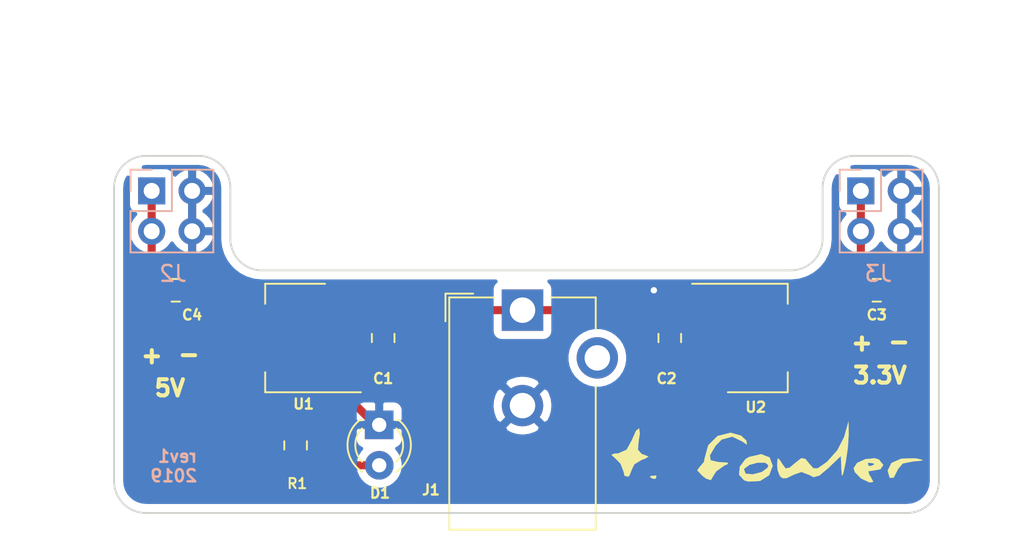
<source format=kicad_pcb>
(kicad_pcb (version 20171130) (host pcbnew "(5.1.2)-2")

  (general
    (thickness 1.6)
    (drawings 32)
    (tracks 55)
    (zones 0)
    (modules 12)
    (nets 6)
  )

  (page A4)
  (layers
    (0 F.Cu signal)
    (31 B.Cu signal)
    (32 B.Adhes user)
    (33 F.Adhes user)
    (34 B.Paste user)
    (35 F.Paste user)
    (36 B.SilkS user)
    (37 F.SilkS user)
    (38 B.Mask user)
    (39 F.Mask user)
    (40 Dwgs.User user)
    (41 Cmts.User user)
    (42 Eco1.User user)
    (43 Eco2.User user)
    (44 Edge.Cuts user)
    (45 Margin user)
    (46 B.CrtYd user)
    (47 F.CrtYd user)
    (48 B.Fab user)
    (49 F.Fab user)
  )

  (setup
    (last_trace_width 0.508)
    (trace_clearance 0.1524)
    (zone_clearance 0.508)
    (zone_45_only no)
    (trace_min 0.1524)
    (via_size 0.6858)
    (via_drill 0.4)
    (via_min_size 0.508)
    (via_min_drill 0.254)
    (uvia_size 0.3)
    (uvia_drill 0.1)
    (uvias_allowed no)
    (uvia_min_size 0.2)
    (uvia_min_drill 0.1)
    (edge_width 0.05)
    (segment_width 0.2)
    (pcb_text_width 0.3)
    (pcb_text_size 1.5 1.5)
    (mod_edge_width 0.12)
    (mod_text_size 1 1)
    (mod_text_width 0.15)
    (pad_size 1.524 1.524)
    (pad_drill 0.762)
    (pad_to_mask_clearance 0.0508)
    (solder_mask_min_width 0.1016)
    (aux_axis_origin 0 0)
    (visible_elements 7FFFFFFF)
    (pcbplotparams
      (layerselection 0x010f0_ffffffff)
      (usegerberextensions false)
      (usegerberattributes false)
      (usegerberadvancedattributes false)
      (creategerberjobfile false)
      (excludeedgelayer true)
      (linewidth 0.100000)
      (plotframeref false)
      (viasonmask false)
      (mode 1)
      (useauxorigin false)
      (hpglpennumber 1)
      (hpglpenspeed 20)
      (hpglpendiameter 15.000000)
      (psnegative false)
      (psa4output false)
      (plotreference true)
      (plotvalue true)
      (plotinvisibletext false)
      (padsonsilk false)
      (subtractmaskfromsilk true)
      (outputformat 1)
      (mirror false)
      (drillshape 0)
      (scaleselection 1)
      (outputdirectory "GERBERS/"))
  )

  (net 0 "")
  (net 1 GND)
  (net 2 "Net-(C3-Pad1)")
  (net 3 "Net-(C4-Pad1)")
  (net 4 "Net-(C1-Pad1)")
  (net 5 "Net-(D1-Pad2)")

  (net_class Default "This is the default net class."
    (clearance 0.1524)
    (trace_width 0.508)
    (via_dia 0.6858)
    (via_drill 0.4)
    (uvia_dia 0.3)
    (uvia_drill 0.1)
    (add_net GND)
    (add_net "Net-(C1-Pad1)")
    (add_net "Net-(C3-Pad1)")
    (add_net "Net-(C4-Pad1)")
    (add_net "Net-(D1-Pad2)")
  )

  (module breadboard_power:tf (layer F.Cu) (tedit 5D78E136) (tstamp 5D7BA4A5)
    (at 68.2 42.5)
    (fp_text reference G*** (at 0 -3.302) (layer F.SilkS) hide
      (effects (font (size 1.524 1.524) (thickness 0.3)))
    )
    (fp_text value LOGO (at 0.254 4.318) (layer F.SilkS) hide
      (effects (font (size 1.524 1.524) (thickness 0.3)))
    )
    (fp_poly (pts (xy 9.397542 0.342483) (xy 9.70121 0.425407) (xy 9.508103 0.476614) (xy 9.132338 0.498327)
      (xy 8.432829 0.635382) (xy 8.113939 1.016561) (xy 8.098522 1.069474) (xy 7.861888 1.528523)
      (xy 7.608517 1.536367) (xy 7.486407 1.091776) (xy 7.486316 1.074568) (xy 7.721193 0.60563)
      (xy 8.336455 0.333978) (xy 9.198053 0.310959) (xy 9.397542 0.342483)) (layer F.SilkS) (width 0.01))
    (fp_poly (pts (xy 5.036959 -1.203157) (xy 4.988488 -0.394975) (xy 4.853621 0.538575) (xy 4.82797 0.668422)
      (xy 4.689355 1.285494) (xy 4.616497 1.408256) (xy 4.580968 1.068772) (xy 4.57601 0.95261)
      (xy 4.545263 0.167324) (xy 3.752825 0.926528) (xy 3.196747 1.394404) (xy 2.824799 1.497459)
      (xy 2.566758 1.35905) (xy 2.066945 1.171946) (xy 1.638879 1.318289) (xy 1.137363 1.560244)
      (xy 0.875056 1.559039) (xy 0.712983 1.425965) (xy 0.569985 1.038711) (xy 0.542867 0.690702)
      (xy 0.574598 0.305412) (xy 0.717262 0.425345) (xy 0.834449 0.621106) (xy 1.07072 0.947759)
      (xy 1.323709 0.902849) (xy 1.652572 0.624655) (xy 2.061943 0.301031) (xy 2.318463 0.35167)
      (xy 2.550137 0.637069) (xy 2.815408 0.93761) (xy 3.085826 0.942668) (xy 3.541076 0.630914)
      (xy 3.706253 0.499835) (xy 4.323889 -0.193421) (xy 4.74617 -1.016115) (xy 4.762105 -1.069473)
      (xy 5.024734 -2.005262) (xy 5.036959 -1.203157)) (layer F.SilkS) (width 0.01))
    (fp_poly (pts (xy -7.040702 1.425965) (xy -7.077403 1.584916) (xy -7.218947 1.604211) (xy -7.439022 1.506385)
      (xy -7.397193 1.425965) (xy -7.079889 1.393967) (xy -7.040702 1.425965)) (layer F.SilkS) (width 0.01))
    (fp_poly (pts (xy -8.079364 -1.257407) (xy -8.149744 -0.824839) (xy -8.202011 -0.234202) (xy -7.967407 0.038959)
      (xy -7.836777 0.08261) (xy -7.541688 0.198289) (xy -7.721347 0.324736) (xy -7.95421 0.403896)
      (xy -8.421605 0.685812) (xy -8.555789 0.951194) (xy -8.732233 1.393125) (xy -8.823158 1.470527)
      (xy -9.046503 1.403277) (xy -9.090526 1.181571) (xy -9.288307 0.661128) (xy -9.558421 0.37219)
      (xy -9.864127 0.10091) (xy -9.695054 0.01656) (xy -9.450892 0.008504) (xy -8.914577 -0.225052)
      (xy -8.595853 -0.802105) (xy -8.319827 -1.421569) (xy -8.126968 -1.574391) (xy -8.079364 -1.257407)) (layer F.SilkS) (width 0.01))
    (fp_poly (pts (xy 6.936383 0.391661) (xy 7.213177 0.732866) (xy 7.021993 1.002148) (xy 6.651473 1.069474)
      (xy 6.265228 1.128012) (xy 6.342801 1.377563) (xy 6.416842 1.470527) (xy 6.582542 1.794378)
      (xy 6.353486 1.831571) (xy 5.815263 1.582795) (xy 5.426822 1.186554) (xy 5.347369 0.927598)
      (xy 5.554907 0.62386) (xy 6.238597 0.62386) (xy 6.275298 0.78281) (xy 6.416842 0.802106)
      (xy 6.636917 0.70428) (xy 6.595088 0.62386) (xy 6.277784 0.591861) (xy 6.238597 0.62386)
      (xy 5.554907 0.62386) (xy 5.574535 0.595135) (xy 6.095812 0.361382) (xy 6.670864 0.307398)
      (xy 6.936383 0.391661)) (layer F.SilkS) (width 0.01))
    (fp_poly (pts (xy 0.069953 0.25455) (xy 0.267369 0.784307) (xy 0.039108 1.377596) (xy -0.530172 1.736982)
      (xy -1.267226 1.775089) (xy -1.537368 1.694506) (xy -1.847488 1.345958) (xy -1.817606 1.002632)
      (xy -1.53903 1.002632) (xy -1.438886 1.275056) (xy -0.977798 1.320725) (xy -0.42292 1.174553)
      (xy -0.055513 0.9037) (xy 0 0.755741) (xy -0.208263 0.583829) (xy -0.682095 0.585056)
      (xy -1.195059 0.723096) (xy -1.52072 0.961625) (xy -1.53903 1.002632) (xy -1.817606 1.002632)
      (xy -1.803162 0.836682) (xy -1.447039 0.364086) (xy -1.220208 0.226489) (xy -0.46295 0.050827)
      (xy 0.069953 0.25455)) (layer F.SilkS) (width 0.01))
    (fp_poly (pts (xy -2.33438 -1.285024) (xy -1.719044 -1.109998) (xy -1.391317 -0.803622) (xy -1.390854 -0.802105)
      (xy -1.361722 -0.546861) (xy -1.607245 -0.719277) (xy -1.624263 -0.735263) (xy -2.276246 -1.050402)
      (xy -2.938849 -0.867841) (xy -3.326944 -0.475245) (xy -3.680514 0.12701) (xy -3.632131 0.437713)
      (xy -3.15362 0.547719) (xy -3.007895 0.553529) (xy -2.544847 0.588254) (xy -2.575639 0.682488)
      (xy -2.78742 0.774004) (xy -3.287775 1.136963) (xy -3.455841 1.403747) (xy -3.618513 1.683461)
      (xy -3.898496 1.599561) (xy -4.14421 1.419959) (xy -4.473177 1.06666) (xy -4.344737 0.882828)
      (xy -4.053546 0.54233) (xy -4.010526 0.304579) (xy -3.783172 -0.512089) (xy -3.2003 -1.090811)
      (xy -2.410692 -1.290486) (xy -2.33438 -1.285024)) (layer F.SilkS) (width 0.01))
  )

  (module Capacitor_SMD:C_0805_2012Metric_Pad1.15x1.40mm_HandSolder (layer F.Cu) (tedit 5B36C52B) (tstamp 5D7B0A3C)
    (at 44 35.25 270)
    (descr "Capacitor SMD 0805 (2012 Metric), square (rectangular) end terminal, IPC_7351 nominal with elongated pad for handsoldering. (Body size source: https://docs.google.com/spreadsheets/d/1BsfQQcO9C6DZCsRaXUlFlo91Tg2WpOkGARC1WS5S8t0/edit?usp=sharing), generated with kicad-footprint-generator")
    (tags "capacitor handsolder")
    (path /5D7C0DF6)
    (attr smd)
    (fp_text reference C1 (at 2.55 0 180) (layer F.SilkS)
      (effects (font (size 0.635 0.635) (thickness 0.15)))
    )
    (fp_text value 10uF (at 0 1.65 90) (layer F.Fab)
      (effects (font (size 1 1) (thickness 0.15)))
    )
    (fp_line (start -1 0.6) (end -1 -0.6) (layer F.Fab) (width 0.1))
    (fp_line (start -1 -0.6) (end 1 -0.6) (layer F.Fab) (width 0.1))
    (fp_line (start 1 -0.6) (end 1 0.6) (layer F.Fab) (width 0.1))
    (fp_line (start 1 0.6) (end -1 0.6) (layer F.Fab) (width 0.1))
    (fp_line (start -0.261252 -0.71) (end 0.261252 -0.71) (layer F.SilkS) (width 0.12))
    (fp_line (start -0.261252 0.71) (end 0.261252 0.71) (layer F.SilkS) (width 0.12))
    (fp_line (start -1.85 0.95) (end -1.85 -0.95) (layer F.CrtYd) (width 0.05))
    (fp_line (start -1.85 -0.95) (end 1.85 -0.95) (layer F.CrtYd) (width 0.05))
    (fp_line (start 1.85 -0.95) (end 1.85 0.95) (layer F.CrtYd) (width 0.05))
    (fp_line (start 1.85 0.95) (end -1.85 0.95) (layer F.CrtYd) (width 0.05))
    (fp_text user %R (at 0 0 90) (layer F.Fab)
      (effects (font (size 0.5 0.5) (thickness 0.08)))
    )
    (pad 1 smd roundrect (at -1.025 0 270) (size 1.15 1.4) (layers F.Cu F.Paste F.Mask) (roundrect_rratio 0.217391)
      (net 4 "Net-(C1-Pad1)"))
    (pad 2 smd roundrect (at 1.025 0 270) (size 1.15 1.4) (layers F.Cu F.Paste F.Mask) (roundrect_rratio 0.217391)
      (net 1 GND))
    (model ${KISYS3DMOD}/Capacitor_SMD.3dshapes/C_0805_2012Metric.wrl
      (at (xyz 0 0 0))
      (scale (xyz 1 1 1))
      (rotate (xyz 0 0 0))
    )
  )

  (module Capacitor_SMD:C_0805_2012Metric_Pad1.15x1.40mm_HandSolder (layer F.Cu) (tedit 5B36C52B) (tstamp 5D7B0A4D)
    (at 62 35.25 90)
    (descr "Capacitor SMD 0805 (2012 Metric), square (rectangular) end terminal, IPC_7351 nominal with elongated pad for handsoldering. (Body size source: https://docs.google.com/spreadsheets/d/1BsfQQcO9C6DZCsRaXUlFlo91Tg2WpOkGARC1WS5S8t0/edit?usp=sharing), generated with kicad-footprint-generator")
    (tags "capacitor handsolder")
    (path /5D7BB2FC)
    (attr smd)
    (fp_text reference C2 (at -2.55 -0.2 180) (layer F.SilkS)
      (effects (font (size 0.635 0.635) (thickness 0.15)))
    )
    (fp_text value 10uF (at 0 1.65 90) (layer F.Fab)
      (effects (font (size 1 1) (thickness 0.15)))
    )
    (fp_line (start -1 0.6) (end -1 -0.6) (layer F.Fab) (width 0.1))
    (fp_line (start -1 -0.6) (end 1 -0.6) (layer F.Fab) (width 0.1))
    (fp_line (start 1 -0.6) (end 1 0.6) (layer F.Fab) (width 0.1))
    (fp_line (start 1 0.6) (end -1 0.6) (layer F.Fab) (width 0.1))
    (fp_line (start -0.261252 -0.71) (end 0.261252 -0.71) (layer F.SilkS) (width 0.12))
    (fp_line (start -0.261252 0.71) (end 0.261252 0.71) (layer F.SilkS) (width 0.12))
    (fp_line (start -1.85 0.95) (end -1.85 -0.95) (layer F.CrtYd) (width 0.05))
    (fp_line (start -1.85 -0.95) (end 1.85 -0.95) (layer F.CrtYd) (width 0.05))
    (fp_line (start 1.85 -0.95) (end 1.85 0.95) (layer F.CrtYd) (width 0.05))
    (fp_line (start 1.85 0.95) (end -1.85 0.95) (layer F.CrtYd) (width 0.05))
    (fp_text user %R (at 0 0 90) (layer F.Fab)
      (effects (font (size 0.5 0.5) (thickness 0.08)))
    )
    (pad 1 smd roundrect (at -1.025 0 90) (size 1.15 1.4) (layers F.Cu F.Paste F.Mask) (roundrect_rratio 0.217391)
      (net 4 "Net-(C1-Pad1)"))
    (pad 2 smd roundrect (at 1.025 0 90) (size 1.15 1.4) (layers F.Cu F.Paste F.Mask) (roundrect_rratio 0.217391)
      (net 1 GND))
    (model ${KISYS3DMOD}/Capacitor_SMD.3dshapes/C_0805_2012Metric.wrl
      (at (xyz 0 0 0))
      (scale (xyz 1 1 1))
      (rotate (xyz 0 0 0))
    )
  )

  (module Capacitor_SMD:C_0805_2012Metric_Pad1.15x1.40mm_HandSolder (layer F.Cu) (tedit 5B36C52B) (tstamp 5D7B2780)
    (at 75 32.25)
    (descr "Capacitor SMD 0805 (2012 Metric), square (rectangular) end terminal, IPC_7351 nominal with elongated pad for handsoldering. (Body size source: https://docs.google.com/spreadsheets/d/1BsfQQcO9C6DZCsRaXUlFlo91Tg2WpOkGARC1WS5S8t0/edit?usp=sharing), generated with kicad-footprint-generator")
    (tags "capacitor handsolder")
    (path /5D7BF865)
    (attr smd)
    (fp_text reference C3 (at 0 1.55) (layer F.SilkS)
      (effects (font (size 0.635 0.635) (thickness 0.15)))
    )
    (fp_text value 22uF (at 0 1.65) (layer F.Fab)
      (effects (font (size 1 1) (thickness 0.15)))
    )
    (fp_text user %R (at 0 0) (layer F.Fab)
      (effects (font (size 0.5 0.5) (thickness 0.08)))
    )
    (fp_line (start 1.85 0.95) (end -1.85 0.95) (layer F.CrtYd) (width 0.05))
    (fp_line (start 1.85 -0.95) (end 1.85 0.95) (layer F.CrtYd) (width 0.05))
    (fp_line (start -1.85 -0.95) (end 1.85 -0.95) (layer F.CrtYd) (width 0.05))
    (fp_line (start -1.85 0.95) (end -1.85 -0.95) (layer F.CrtYd) (width 0.05))
    (fp_line (start -0.261252 0.71) (end 0.261252 0.71) (layer F.SilkS) (width 0.12))
    (fp_line (start -0.261252 -0.71) (end 0.261252 -0.71) (layer F.SilkS) (width 0.12))
    (fp_line (start 1 0.6) (end -1 0.6) (layer F.Fab) (width 0.1))
    (fp_line (start 1 -0.6) (end 1 0.6) (layer F.Fab) (width 0.1))
    (fp_line (start -1 -0.6) (end 1 -0.6) (layer F.Fab) (width 0.1))
    (fp_line (start -1 0.6) (end -1 -0.6) (layer F.Fab) (width 0.1))
    (pad 2 smd roundrect (at 1.025 0) (size 1.15 1.4) (layers F.Cu F.Paste F.Mask) (roundrect_rratio 0.217391)
      (net 1 GND))
    (pad 1 smd roundrect (at -1.025 0) (size 1.15 1.4) (layers F.Cu F.Paste F.Mask) (roundrect_rratio 0.217391)
      (net 2 "Net-(C3-Pad1)"))
    (model ${KISYS3DMOD}/Capacitor_SMD.3dshapes/C_0805_2012Metric.wrl
      (at (xyz 0 0 0))
      (scale (xyz 1 1 1))
      (rotate (xyz 0 0 0))
    )
  )

  (module Capacitor_SMD:C_0805_2012Metric_Pad1.15x1.40mm_HandSolder (layer F.Cu) (tedit 5B36C52B) (tstamp 5D7B413C)
    (at 30.975 32.25)
    (descr "Capacitor SMD 0805 (2012 Metric), square (rectangular) end terminal, IPC_7351 nominal with elongated pad for handsoldering. (Body size source: https://docs.google.com/spreadsheets/d/1BsfQQcO9C6DZCsRaXUlFlo91Tg2WpOkGARC1WS5S8t0/edit?usp=sharing), generated with kicad-footprint-generator")
    (tags "capacitor handsolder")
    (path /5D7C1433)
    (attr smd)
    (fp_text reference C4 (at 1.025 1.55) (layer F.SilkS)
      (effects (font (size 0.635 0.635) (thickness 0.15)))
    )
    (fp_text value 22uF (at 0 1.65) (layer F.Fab)
      (effects (font (size 1 1) (thickness 0.15)))
    )
    (fp_text user %R (at 0 0) (layer F.Fab)
      (effects (font (size 0.5 0.5) (thickness 0.08)))
    )
    (fp_line (start 1.85 0.95) (end -1.85 0.95) (layer F.CrtYd) (width 0.05))
    (fp_line (start 1.85 -0.95) (end 1.85 0.95) (layer F.CrtYd) (width 0.05))
    (fp_line (start -1.85 -0.95) (end 1.85 -0.95) (layer F.CrtYd) (width 0.05))
    (fp_line (start -1.85 0.95) (end -1.85 -0.95) (layer F.CrtYd) (width 0.05))
    (fp_line (start -0.261252 0.71) (end 0.261252 0.71) (layer F.SilkS) (width 0.12))
    (fp_line (start -0.261252 -0.71) (end 0.261252 -0.71) (layer F.SilkS) (width 0.12))
    (fp_line (start 1 0.6) (end -1 0.6) (layer F.Fab) (width 0.1))
    (fp_line (start 1 -0.6) (end 1 0.6) (layer F.Fab) (width 0.1))
    (fp_line (start -1 -0.6) (end 1 -0.6) (layer F.Fab) (width 0.1))
    (fp_line (start -1 0.6) (end -1 -0.6) (layer F.Fab) (width 0.1))
    (pad 2 smd roundrect (at 1.025 0) (size 1.15 1.4) (layers F.Cu F.Paste F.Mask) (roundrect_rratio 0.217391)
      (net 1 GND))
    (pad 1 smd roundrect (at -1.025 0) (size 1.15 1.4) (layers F.Cu F.Paste F.Mask) (roundrect_rratio 0.217391)
      (net 3 "Net-(C4-Pad1)"))
    (model ${KISYS3DMOD}/Capacitor_SMD.3dshapes/C_0805_2012Metric.wrl
      (at (xyz 0 0 0))
      (scale (xyz 1 1 1))
      (rotate (xyz 0 0 0))
    )
  )

  (module LED_THT:LED_D3.0mm (layer F.Cu) (tedit 587A3A7B) (tstamp 5D7B0A82)
    (at 43.75 40.71 270)
    (descr "LED, diameter 3.0mm, 2 pins")
    (tags "LED diameter 3.0mm 2 pins")
    (path /5D7E3EB4)
    (fp_text reference D1 (at 4.29 -0.05 180) (layer F.SilkS)
      (effects (font (size 0.635 0.635) (thickness 0.15)))
    )
    (fp_text value GREEN (at 1.27 2.96 90) (layer F.Fab)
      (effects (font (size 1 1) (thickness 0.15)))
    )
    (fp_arc (start 1.27 0) (end -0.23 -1.16619) (angle 284.3) (layer F.Fab) (width 0.1))
    (fp_arc (start 1.27 0) (end -0.29 -1.235516) (angle 108.8) (layer F.SilkS) (width 0.12))
    (fp_arc (start 1.27 0) (end -0.29 1.235516) (angle -108.8) (layer F.SilkS) (width 0.12))
    (fp_arc (start 1.27 0) (end 0.229039 -1.08) (angle 87.9) (layer F.SilkS) (width 0.12))
    (fp_arc (start 1.27 0) (end 0.229039 1.08) (angle -87.9) (layer F.SilkS) (width 0.12))
    (fp_circle (center 1.27 0) (end 2.77 0) (layer F.Fab) (width 0.1))
    (fp_line (start -0.23 -1.16619) (end -0.23 1.16619) (layer F.Fab) (width 0.1))
    (fp_line (start -0.29 -1.236) (end -0.29 -1.08) (layer F.SilkS) (width 0.12))
    (fp_line (start -0.29 1.08) (end -0.29 1.236) (layer F.SilkS) (width 0.12))
    (fp_line (start -1.15 -2.25) (end -1.15 2.25) (layer F.CrtYd) (width 0.05))
    (fp_line (start -1.15 2.25) (end 3.7 2.25) (layer F.CrtYd) (width 0.05))
    (fp_line (start 3.7 2.25) (end 3.7 -2.25) (layer F.CrtYd) (width 0.05))
    (fp_line (start 3.7 -2.25) (end -1.15 -2.25) (layer F.CrtYd) (width 0.05))
    (pad 1 thru_hole rect (at 0 0 270) (size 1.8 1.8) (drill 0.9) (layers *.Cu *.Mask)
      (net 1 GND))
    (pad 2 thru_hole circle (at 2.54 0 270) (size 1.8 1.8) (drill 0.9) (layers *.Cu *.Mask)
      (net 5 "Net-(D1-Pad2)"))
    (model ${KISYS3DMOD}/LED_THT.3dshapes/LED_D3.0mm.wrl
      (at (xyz 0 0 0))
      (scale (xyz 1 1 1))
      (rotate (xyz 0 0 0))
    )
  )

  (module Connector_BarrelJack:BarrelJack_CUI_PJ-102AH_Horizontal (layer F.Cu) (tedit 5A1DBF38) (tstamp 5D7B4068)
    (at 52.75 33.5)
    (descr "Thin-pin DC Barrel Jack, https://cdn-shop.adafruit.com/datasheets/21mmdcjackDatasheet.pdf")
    (tags "Power Jack")
    (path /5D7B776E)
    (fp_text reference J1 (at -5.75 11.3 180) (layer F.SilkS)
      (effects (font (size 0.635 0.635) (thickness 0.15)))
    )
    (fp_text value PJ-102AH (at -5.5 6.2 90) (layer F.Fab)
      (effects (font (size 1 1) (thickness 0.15)))
    )
    (fp_text user %R (at 0 6.5) (layer F.Fab)
      (effects (font (size 1 1) (thickness 0.15)))
    )
    (fp_line (start 1.8 -1.8) (end 1.8 -1.2) (layer F.CrtYd) (width 0.05))
    (fp_line (start 1.8 -1.2) (end 5 -1.2) (layer F.CrtYd) (width 0.05))
    (fp_line (start 5 -1.2) (end 5 1.2) (layer F.CrtYd) (width 0.05))
    (fp_line (start 5 1.2) (end 6.5 1.2) (layer F.CrtYd) (width 0.05))
    (fp_line (start 6.5 1.2) (end 6.5 4.8) (layer F.CrtYd) (width 0.05))
    (fp_line (start 6.5 4.8) (end 5 4.8) (layer F.CrtYd) (width 0.05))
    (fp_line (start 5 4.8) (end 5 14.2) (layer F.CrtYd) (width 0.05))
    (fp_line (start 5 14.2) (end -5 14.2) (layer F.CrtYd) (width 0.05))
    (fp_line (start -5 14.2) (end -5 -1.2) (layer F.CrtYd) (width 0.05))
    (fp_line (start -5 -1.2) (end -1.8 -1.2) (layer F.CrtYd) (width 0.05))
    (fp_line (start -1.8 -1.2) (end -1.8 -1.8) (layer F.CrtYd) (width 0.05))
    (fp_line (start -1.8 -1.8) (end 1.8 -1.8) (layer F.CrtYd) (width 0.05))
    (fp_line (start 4.6 4.8) (end 4.6 13.8) (layer F.SilkS) (width 0.12))
    (fp_line (start 4.6 13.8) (end -4.6 13.8) (layer F.SilkS) (width 0.12))
    (fp_line (start -4.6 13.8) (end -4.6 -0.8) (layer F.SilkS) (width 0.12))
    (fp_line (start -4.6 -0.8) (end -1.8 -0.8) (layer F.SilkS) (width 0.12))
    (fp_line (start 1.8 -0.8) (end 4.6 -0.8) (layer F.SilkS) (width 0.12))
    (fp_line (start 4.6 -0.8) (end 4.6 1.2) (layer F.SilkS) (width 0.12))
    (fp_line (start -4.84 0.7) (end -4.84 -1.04) (layer F.SilkS) (width 0.12))
    (fp_line (start -4.84 -1.04) (end -3.1 -1.04) (layer F.SilkS) (width 0.12))
    (fp_line (start 4.5 -0.7) (end 4.5 13.7) (layer F.Fab) (width 0.1))
    (fp_line (start 4.5 13.7) (end -4.5 13.7) (layer F.Fab) (width 0.1))
    (fp_line (start -4.5 13.7) (end -4.5 0.3) (layer F.Fab) (width 0.1))
    (fp_line (start -4.5 0.3) (end -3.5 -0.7) (layer F.Fab) (width 0.1))
    (fp_line (start -3.5 -0.7) (end 4.5 -0.7) (layer F.Fab) (width 0.1))
    (fp_line (start -4.5 10.2) (end 4.5 10.2) (layer F.Fab) (width 0.1))
    (pad 1 thru_hole rect (at 0 0) (size 2.6 2.6) (drill 1.6) (layers *.Cu *.Mask)
      (net 4 "Net-(C1-Pad1)"))
    (pad 2 thru_hole circle (at 0 6) (size 2.6 2.6) (drill 1.6) (layers *.Cu *.Mask)
      (net 1 GND))
    (pad 3 thru_hole circle (at 4.7 3) (size 2.6 2.6) (drill 1.6) (layers *.Cu *.Mask))
    (model ${KISYS3DMOD}/Connector_BarrelJack.3dshapes/BarrelJack_CUI_PJ-102AH_Horizontal.wrl
      (at (xyz 0 0 0))
      (scale (xyz 1 1 1))
      (rotate (xyz 0 0 0))
    )
  )

  (module Connector_PinHeader_2.54mm:PinHeader_2x02_P2.54mm_Vertical locked (layer B.Cu) (tedit 59FED5CC) (tstamp 5D7B1B89)
    (at 29.46 26 270)
    (descr "Through hole straight pin header, 2x02, 2.54mm pitch, double rows")
    (tags "Through hole pin header THT 2x02 2.54mm double row")
    (path /5D7F5D24)
    (fp_text reference J2 (at 5.2 -1.34) (layer B.SilkS)
      (effects (font (size 1 1) (thickness 0.15)) (justify mirror))
    )
    (fp_text value Conn_02x02_Odd_Even (at 1.27 -4.87 270) (layer B.Fab)
      (effects (font (size 1 1) (thickness 0.15)) (justify mirror))
    )
    (fp_text user %R (at 1.27 -1.27) (layer B.Fab)
      (effects (font (size 1 1) (thickness 0.15)) (justify mirror))
    )
    (fp_line (start 4.35 1.8) (end -1.8 1.8) (layer B.CrtYd) (width 0.05))
    (fp_line (start 4.35 -4.35) (end 4.35 1.8) (layer B.CrtYd) (width 0.05))
    (fp_line (start -1.8 -4.35) (end 4.35 -4.35) (layer B.CrtYd) (width 0.05))
    (fp_line (start -1.8 1.8) (end -1.8 -4.35) (layer B.CrtYd) (width 0.05))
    (fp_line (start -1.33 1.33) (end 0 1.33) (layer B.SilkS) (width 0.12))
    (fp_line (start -1.33 0) (end -1.33 1.33) (layer B.SilkS) (width 0.12))
    (fp_line (start 1.27 1.33) (end 3.87 1.33) (layer B.SilkS) (width 0.12))
    (fp_line (start 1.27 -1.27) (end 1.27 1.33) (layer B.SilkS) (width 0.12))
    (fp_line (start -1.33 -1.27) (end 1.27 -1.27) (layer B.SilkS) (width 0.12))
    (fp_line (start 3.87 1.33) (end 3.87 -3.87) (layer B.SilkS) (width 0.12))
    (fp_line (start -1.33 -1.27) (end -1.33 -3.87) (layer B.SilkS) (width 0.12))
    (fp_line (start -1.33 -3.87) (end 3.87 -3.87) (layer B.SilkS) (width 0.12))
    (fp_line (start -1.27 0) (end 0 1.27) (layer B.Fab) (width 0.1))
    (fp_line (start -1.27 -3.81) (end -1.27 0) (layer B.Fab) (width 0.1))
    (fp_line (start 3.81 -3.81) (end -1.27 -3.81) (layer B.Fab) (width 0.1))
    (fp_line (start 3.81 1.27) (end 3.81 -3.81) (layer B.Fab) (width 0.1))
    (fp_line (start 0 1.27) (end 3.81 1.27) (layer B.Fab) (width 0.1))
    (pad 4 thru_hole oval (at 2.54 -2.54 270) (size 1.7 1.7) (drill 1) (layers *.Cu *.Mask)
      (net 1 GND))
    (pad 3 thru_hole oval (at 0 -2.54 270) (size 1.7 1.7) (drill 1) (layers *.Cu *.Mask)
      (net 1 GND))
    (pad 2 thru_hole oval (at 2.54 0 270) (size 1.7 1.7) (drill 1) (layers *.Cu *.Mask)
      (net 3 "Net-(C4-Pad1)"))
    (pad 1 thru_hole rect (at 0 0 270) (size 1.7 1.7) (drill 1) (layers *.Cu *.Mask)
      (net 3 "Net-(C4-Pad1)"))
    (model ${KISYS3DMOD}/Connector_PinHeader_2.54mm.3dshapes/PinHeader_2x02_P2.54mm_Vertical.wrl
      (at (xyz 0 0 0))
      (scale (xyz 1 1 1))
      (rotate (xyz 0 0 0))
    )
  )

  (module Connector_PinHeader_2.54mm:PinHeader_2x02_P2.54mm_Vertical locked (layer B.Cu) (tedit 59FED5CC) (tstamp 5D7B99AD)
    (at 74 26 270)
    (descr "Through hole straight pin header, 2x02, 2.54mm pitch, double rows")
    (tags "Through hole pin header THT 2x02 2.54mm double row")
    (path /5D7EBCDA)
    (fp_text reference J3 (at 5.2 -1.1) (layer B.SilkS)
      (effects (font (size 1 1) (thickness 0.15)) (justify mirror))
    )
    (fp_text value Conn_02x02_Odd_Even (at 1.27 -4.87 270) (layer B.Fab)
      (effects (font (size 1 1) (thickness 0.15)) (justify mirror))
    )
    (fp_line (start 0 1.27) (end 3.81 1.27) (layer B.Fab) (width 0.1))
    (fp_line (start 3.81 1.27) (end 3.81 -3.81) (layer B.Fab) (width 0.1))
    (fp_line (start 3.81 -3.81) (end -1.27 -3.81) (layer B.Fab) (width 0.1))
    (fp_line (start -1.27 -3.81) (end -1.27 0) (layer B.Fab) (width 0.1))
    (fp_line (start -1.27 0) (end 0 1.27) (layer B.Fab) (width 0.1))
    (fp_line (start -1.33 -3.87) (end 3.87 -3.87) (layer B.SilkS) (width 0.12))
    (fp_line (start -1.33 -1.27) (end -1.33 -3.87) (layer B.SilkS) (width 0.12))
    (fp_line (start 3.87 1.33) (end 3.87 -3.87) (layer B.SilkS) (width 0.12))
    (fp_line (start -1.33 -1.27) (end 1.27 -1.27) (layer B.SilkS) (width 0.12))
    (fp_line (start 1.27 -1.27) (end 1.27 1.33) (layer B.SilkS) (width 0.12))
    (fp_line (start 1.27 1.33) (end 3.87 1.33) (layer B.SilkS) (width 0.12))
    (fp_line (start -1.33 0) (end -1.33 1.33) (layer B.SilkS) (width 0.12))
    (fp_line (start -1.33 1.33) (end 0 1.33) (layer B.SilkS) (width 0.12))
    (fp_line (start -1.8 1.8) (end -1.8 -4.35) (layer B.CrtYd) (width 0.05))
    (fp_line (start -1.8 -4.35) (end 4.35 -4.35) (layer B.CrtYd) (width 0.05))
    (fp_line (start 4.35 -4.35) (end 4.35 1.8) (layer B.CrtYd) (width 0.05))
    (fp_line (start 4.35 1.8) (end -1.8 1.8) (layer B.CrtYd) (width 0.05))
    (fp_text user %R (at 1.27 -1.27) (layer B.Fab)
      (effects (font (size 1 1) (thickness 0.15)) (justify mirror))
    )
    (pad 1 thru_hole rect (at 0 0 270) (size 1.7 1.7) (drill 1) (layers *.Cu *.Mask)
      (net 2 "Net-(C3-Pad1)"))
    (pad 2 thru_hole oval (at 2.54 0 270) (size 1.7 1.7) (drill 1) (layers *.Cu *.Mask)
      (net 2 "Net-(C3-Pad1)"))
    (pad 3 thru_hole oval (at 0 -2.54 270) (size 1.7 1.7) (drill 1) (layers *.Cu *.Mask)
      (net 1 GND))
    (pad 4 thru_hole oval (at 2.54 -2.54 270) (size 1.7 1.7) (drill 1) (layers *.Cu *.Mask)
      (net 1 GND))
    (model ${KISYS3DMOD}/Connector_PinHeader_2.54mm.3dshapes/PinHeader_2x02_P2.54mm_Vertical.wrl
      (at (xyz 0 0 0))
      (scale (xyz 1 1 1))
      (rotate (xyz 0 0 0))
    )
  )

  (module Resistor_SMD:R_0805_2012Metric_Pad1.15x1.40mm_HandSolder (layer F.Cu) (tedit 5B36C52B) (tstamp 5D7B0AE9)
    (at 38.5 42 270)
    (descr "Resistor SMD 0805 (2012 Metric), square (rectangular) end terminal, IPC_7351 nominal with elongated pad for handsoldering. (Body size source: https://docs.google.com/spreadsheets/d/1BsfQQcO9C6DZCsRaXUlFlo91Tg2WpOkGARC1WS5S8t0/edit?usp=sharing), generated with kicad-footprint-generator")
    (tags "resistor handsolder")
    (path /5D7E3EBF)
    (attr smd)
    (fp_text reference R1 (at 2.4 -0.1 180) (layer F.SilkS)
      (effects (font (size 0.635 0.635) (thickness 0.127)))
    )
    (fp_text value 220 (at 0 1.65 90) (layer F.Fab)
      (effects (font (size 1 1) (thickness 0.15)))
    )
    (fp_line (start -1 0.6) (end -1 -0.6) (layer F.Fab) (width 0.1))
    (fp_line (start -1 -0.6) (end 1 -0.6) (layer F.Fab) (width 0.1))
    (fp_line (start 1 -0.6) (end 1 0.6) (layer F.Fab) (width 0.1))
    (fp_line (start 1 0.6) (end -1 0.6) (layer F.Fab) (width 0.1))
    (fp_line (start -0.261252 -0.71) (end 0.261252 -0.71) (layer F.SilkS) (width 0.12))
    (fp_line (start -0.261252 0.71) (end 0.261252 0.71) (layer F.SilkS) (width 0.12))
    (fp_line (start -1.85 0.95) (end -1.85 -0.95) (layer F.CrtYd) (width 0.05))
    (fp_line (start -1.85 -0.95) (end 1.85 -0.95) (layer F.CrtYd) (width 0.05))
    (fp_line (start 1.85 -0.95) (end 1.85 0.95) (layer F.CrtYd) (width 0.05))
    (fp_line (start 1.85 0.95) (end -1.85 0.95) (layer F.CrtYd) (width 0.05))
    (fp_text user %R (at 0 0 90) (layer F.Fab)
      (effects (font (size 0.5 0.5) (thickness 0.08)))
    )
    (pad 1 smd roundrect (at -1.025 0 270) (size 1.15 1.4) (layers F.Cu F.Paste F.Mask) (roundrect_rratio 0.217391)
      (net 3 "Net-(C4-Pad1)"))
    (pad 2 smd roundrect (at 1.025 0 270) (size 1.15 1.4) (layers F.Cu F.Paste F.Mask) (roundrect_rratio 0.217391)
      (net 5 "Net-(D1-Pad2)"))
    (model ${KISYS3DMOD}/Resistor_SMD.3dshapes/R_0805_2012Metric.wrl
      (at (xyz 0 0 0))
      (scale (xyz 1 1 1))
      (rotate (xyz 0 0 0))
    )
  )

  (module Package_TO_SOT_SMD:SOT-223-3_TabPin2 (layer F.Cu) (tedit 5A02FF57) (tstamp 5D7B0AFF)
    (at 38.5 35.25 180)
    (descr "module CMS SOT223 4 pins")
    (tags "CMS SOT")
    (path /5D7BAD8D)
    (attr smd)
    (fp_text reference U1 (at -0.5 -4.15) (layer F.SilkS)
      (effects (font (size 0.635 0.635) (thickness 0.15)))
    )
    (fp_text value AZ1117CH-5.0TRG1 (at 0 4.5) (layer F.Fab)
      (effects (font (size 1 1) (thickness 0.15)))
    )
    (fp_line (start 1.85 -3.35) (end 1.85 3.35) (layer F.Fab) (width 0.1))
    (fp_line (start -1.85 3.35) (end 1.85 3.35) (layer F.Fab) (width 0.1))
    (fp_line (start -4.1 -3.41) (end 1.91 -3.41) (layer F.SilkS) (width 0.12))
    (fp_line (start -0.85 -3.35) (end 1.85 -3.35) (layer F.Fab) (width 0.1))
    (fp_line (start -1.85 3.41) (end 1.91 3.41) (layer F.SilkS) (width 0.12))
    (fp_line (start -1.85 -2.35) (end -1.85 3.35) (layer F.Fab) (width 0.1))
    (fp_line (start -1.85 -2.35) (end -0.85 -3.35) (layer F.Fab) (width 0.1))
    (fp_line (start -4.4 -3.6) (end -4.4 3.6) (layer F.CrtYd) (width 0.05))
    (fp_line (start -4.4 3.6) (end 4.4 3.6) (layer F.CrtYd) (width 0.05))
    (fp_line (start 4.4 3.6) (end 4.4 -3.6) (layer F.CrtYd) (width 0.05))
    (fp_line (start 4.4 -3.6) (end -4.4 -3.6) (layer F.CrtYd) (width 0.05))
    (fp_line (start 1.91 -3.41) (end 1.91 -2.15) (layer F.SilkS) (width 0.12))
    (fp_line (start 1.91 3.41) (end 1.91 2.15) (layer F.SilkS) (width 0.12))
    (fp_text user %R (at 0 0 90) (layer F.Fab)
      (effects (font (size 0.8 0.8) (thickness 0.12)))
    )
    (pad 1 smd rect (at -3.15 -2.3 180) (size 2 1.5) (layers F.Cu F.Paste F.Mask)
      (net 1 GND))
    (pad 3 smd rect (at -3.15 2.3 180) (size 2 1.5) (layers F.Cu F.Paste F.Mask)
      (net 4 "Net-(C1-Pad1)"))
    (pad 2 smd rect (at -3.15 0 180) (size 2 1.5) (layers F.Cu F.Paste F.Mask)
      (net 3 "Net-(C4-Pad1)"))
    (pad 2 smd rect (at 3.15 0 180) (size 2 3.8) (layers F.Cu F.Paste F.Mask)
      (net 3 "Net-(C4-Pad1)"))
    (model ${KISYS3DMOD}/Package_TO_SOT_SMD.3dshapes/SOT-223.wrl
      (at (xyz 0 0 0))
      (scale (xyz 1 1 1))
      (rotate (xyz 0 0 0))
    )
  )

  (module Package_TO_SOT_SMD:SOT-223-3_TabPin2 (layer F.Cu) (tedit 5A02FF57) (tstamp 5D7B0B15)
    (at 67.5 35.25)
    (descr "module CMS SOT223 4 pins")
    (tags "CMS SOT")
    (path /5D7BA7F0)
    (attr smd)
    (fp_text reference U2 (at -0.1 4.35) (layer F.SilkS)
      (effects (font (size 0.635 0.635) (thickness 0.15)))
    )
    (fp_text value AZ1117CH-3.3TRG1 (at 0 4.5) (layer F.Fab)
      (effects (font (size 1 1) (thickness 0.15)))
    )
    (fp_text user %R (at 0 0 90) (layer F.Fab)
      (effects (font (size 0.8 0.8) (thickness 0.12)))
    )
    (fp_line (start 1.91 3.41) (end 1.91 2.15) (layer F.SilkS) (width 0.12))
    (fp_line (start 1.91 -3.41) (end 1.91 -2.15) (layer F.SilkS) (width 0.12))
    (fp_line (start 4.4 -3.6) (end -4.4 -3.6) (layer F.CrtYd) (width 0.05))
    (fp_line (start 4.4 3.6) (end 4.4 -3.6) (layer F.CrtYd) (width 0.05))
    (fp_line (start -4.4 3.6) (end 4.4 3.6) (layer F.CrtYd) (width 0.05))
    (fp_line (start -4.4 -3.6) (end -4.4 3.6) (layer F.CrtYd) (width 0.05))
    (fp_line (start -1.85 -2.35) (end -0.85 -3.35) (layer F.Fab) (width 0.1))
    (fp_line (start -1.85 -2.35) (end -1.85 3.35) (layer F.Fab) (width 0.1))
    (fp_line (start -1.85 3.41) (end 1.91 3.41) (layer F.SilkS) (width 0.12))
    (fp_line (start -0.85 -3.35) (end 1.85 -3.35) (layer F.Fab) (width 0.1))
    (fp_line (start -4.1 -3.41) (end 1.91 -3.41) (layer F.SilkS) (width 0.12))
    (fp_line (start -1.85 3.35) (end 1.85 3.35) (layer F.Fab) (width 0.1))
    (fp_line (start 1.85 -3.35) (end 1.85 3.35) (layer F.Fab) (width 0.1))
    (pad 2 smd rect (at 3.15 0) (size 2 3.8) (layers F.Cu F.Paste F.Mask)
      (net 2 "Net-(C3-Pad1)"))
    (pad 2 smd rect (at -3.15 0) (size 2 1.5) (layers F.Cu F.Paste F.Mask)
      (net 2 "Net-(C3-Pad1)"))
    (pad 3 smd rect (at -3.15 2.3) (size 2 1.5) (layers F.Cu F.Paste F.Mask)
      (net 4 "Net-(C1-Pad1)"))
    (pad 1 smd rect (at -3.15 -2.3) (size 2 1.5) (layers F.Cu F.Paste F.Mask)
      (net 1 GND))
    (model ${KISYS3DMOD}/Package_TO_SOT_SMD.3dshapes/SOT-223.wrl
      (at (xyz 0 0 0))
      (scale (xyz 1 1 1))
      (rotate (xyz 0 0 0))
    )
  )

  (gr_text "rev1\n2019" (at 32.4 43.3) (layer B.SilkS)
    (effects (font (size 0.762 0.762) (thickness 0.15875)) (justify left mirror))
  )
  (dimension 51.8 (width 0.15) (layer Dwgs.User)
    (gr_text "51.800 mm" (at 53 49.1) (layer Dwgs.User)
      (effects (font (size 1 1) (thickness 0.15)))
    )
    (feature1 (pts (xy 27.1 43.4) (xy 27.1 48.386421)))
    (feature2 (pts (xy 78.9 43.4) (xy 78.9 48.386421)))
    (crossbar (pts (xy 78.9 47.8) (xy 27.1 47.8)))
    (arrow1a (pts (xy 27.1 47.8) (xy 28.226504 47.213579)))
    (arrow1b (pts (xy 27.1 47.8) (xy 28.226504 48.386421)))
    (arrow2a (pts (xy 78.9 47.8) (xy 77.773496 47.213579)))
    (arrow2b (pts (xy 78.9 47.8) (xy 77.773496 48.386421)))
  )
  (dimension 37.2 (width 0.15) (layer Dwgs.User)
    (gr_text "37.200 mm" (at 53 24.7) (layer Dwgs.User)
      (effects (font (size 1 1) (thickness 0.15)))
    )
    (feature1 (pts (xy 71.6 27.3) (xy 71.6 25.413579)))
    (feature2 (pts (xy 34.4 27.3) (xy 34.4 25.413579)))
    (crossbar (pts (xy 34.4 26) (xy 71.6 26)))
    (arrow1a (pts (xy 71.6 26) (xy 70.473496 26.586421)))
    (arrow1b (pts (xy 71.6 26) (xy 70.473496 25.413579)))
    (arrow2a (pts (xy 34.4 26) (xy 35.526504 26.586421)))
    (arrow2b (pts (xy 34.4 26) (xy 35.526504 25.413579)))
  )
  (dimension 7.2 (width 0.15) (layer Dwgs.User)
    (gr_text "7.200 mm" (at 82.9 27.4 90) (layer Dwgs.User)
      (effects (font (size 1 1) (thickness 0.15)))
    )
    (feature1 (pts (xy 74.9 23.8) (xy 82.186421 23.8)))
    (feature2 (pts (xy 74.9 31) (xy 82.186421 31)))
    (crossbar (pts (xy 81.6 31) (xy 81.6 23.8)))
    (arrow1a (pts (xy 81.6 23.8) (xy 82.186421 24.926504)))
    (arrow1b (pts (xy 81.6 23.8) (xy 81.013579 24.926504)))
    (arrow2a (pts (xy 81.6 31) (xy 82.186421 29.873496)))
    (arrow2b (pts (xy 81.6 31) (xy 81.013579 29.873496)))
  )
  (gr_line (start 69.5 31) (end 80.6 31) (layer Dwgs.User) (width 0.15))
  (dimension 7.2 (width 0.15) (layer Dwgs.User)
    (gr_text "7.200 mm" (at 23.6 27.4 270) (layer Dwgs.User)
      (effects (font (size 1 1) (thickness 0.15)))
    )
    (feature1 (pts (xy 29.2 31) (xy 24.313579 31)))
    (feature2 (pts (xy 29.2 23.8) (xy 24.313579 23.8)))
    (crossbar (pts (xy 24.9 23.8) (xy 24.9 31)))
    (arrow1a (pts (xy 24.9 31) (xy 24.313579 29.873496)))
    (arrow1b (pts (xy 24.9 31) (xy 25.486421 29.873496)))
    (arrow2a (pts (xy 24.9 23.8) (xy 24.313579 24.926504)))
    (arrow2b (pts (xy 24.9 23.8) (xy 25.486421 24.926504)))
  )
  (gr_line (start 36.4 31) (end 27.1 31) (layer Dwgs.User) (width 0.15))
  (dimension 7.3 (width 0.15) (layer Dwgs.User)
    (gr_text "7.300 mm" (at 30.75 20.7) (layer Dwgs.User)
      (effects (font (size 1 1) (thickness 0.15)))
    )
    (feature1 (pts (xy 34.4 26.7) (xy 34.4 21.413579)))
    (feature2 (pts (xy 27.1 26.7) (xy 27.1 21.413579)))
    (crossbar (pts (xy 27.1 22) (xy 34.4 22)))
    (arrow1a (pts (xy 34.4 22) (xy 33.273496 22.586421)))
    (arrow1b (pts (xy 34.4 22) (xy 33.273496 21.413579)))
    (arrow2a (pts (xy 27.1 22) (xy 28.226504 22.586421)))
    (arrow2b (pts (xy 27.1 22) (xy 28.226504 21.413579)))
  )
  (dimension 7.3 (width 0.15) (layer Dwgs.User)
    (gr_text "7.300 mm" (at 75.25 20.6) (layer Dwgs.User)
      (effects (font (size 1 1) (thickness 0.15)))
    )
    (feature1 (pts (xy 71.6 26.6) (xy 71.6 21.313579)))
    (feature2 (pts (xy 78.9 26.6) (xy 78.9 21.313579)))
    (crossbar (pts (xy 78.9 21.9) (xy 71.6 21.9)))
    (arrow1a (pts (xy 71.6 21.9) (xy 72.726504 21.313579)))
    (arrow1b (pts (xy 71.6 21.9) (xy 72.726504 22.486421)))
    (arrow2a (pts (xy 78.9 21.9) (xy 77.773496 21.313579)))
    (arrow2b (pts (xy 78.9 21.9) (xy 77.773496 22.486421)))
  )
  (gr_arc (start 69.6 29) (end 69.6 31) (angle -90) (layer Edge.Cuts) (width 0.12) (tstamp 5D7B97E0))
  (gr_arc (start 36.4 29) (end 34.4 29) (angle -90) (layer Edge.Cuts) (width 0.12) (tstamp 5D7B97D6))
  (gr_line (start 73.6 23.8) (end 76.9 23.8) (layer Edge.Cuts) (width 0.12) (tstamp 5D7B9788))
  (gr_arc (start 73.6 25.8) (end 73.6 23.8) (angle -90) (layer Edge.Cuts) (width 0.12) (tstamp 5D7B9CD1))
  (gr_arc (start 32.4 25.8) (end 34.4 25.8) (angle -90) (layer Edge.Cuts) (width 0.12) (tstamp 5D7B9777))
  (gr_line (start 71.6 29) (end 71.6 25.8) (layer Edge.Cuts) (width 0.12))
  (gr_line (start 36.4 31) (end 69.6 31) (layer Edge.Cuts) (width 0.12))
  (gr_line (start 34.4 25.8) (end 34.4 29) (layer Edge.Cuts) (width 0.12))
  (gr_arc (start 29.1 44.25) (end 27.1 44.25) (angle -90) (layer Edge.Cuts) (width 0.12) (tstamp 5D7B96C7))
  (gr_arc (start 76.9 44.25) (end 76.9 46.25) (angle -90) (layer Edge.Cuts) (width 0.12) (tstamp 5D7B96C5))
  (gr_arc (start 29.1 25.8) (end 29.1 23.8) (angle -90) (layer Edge.Cuts) (width 0.12) (tstamp 5D7B96BF))
  (gr_arc (start 76.9 25.8) (end 78.9 25.8) (angle -90) (layer Edge.Cuts) (width 0.12))
  (gr_text + (at 29.4 36.4 90) (layer F.SilkS) (tstamp 5D7B4576)
    (effects (font (size 1.016 1.016) (thickness 0.254)))
  )
  (gr_text - (at 31.8 36.4 180) (layer F.SilkS) (tstamp 5D7B4575)
    (effects (font (size 1.016 1.016) (thickness 0.254)))
  )
  (gr_text 5V (at 30.6 38.4) (layer F.SilkS) (tstamp 5D7B4574)
    (effects (font (size 1.016 1.016) (thickness 0.254)))
  )
  (gr_text 3.3V (at 75.2 37.6) (layer F.SilkS)
    (effects (font (size 1.016 1.016) (thickness 0.254)))
  )
  (gr_text + (at 74 35.6 90) (layer F.SilkS)
    (effects (font (size 1.016 1.016) (thickness 0.254)))
  )
  (gr_text - (at 76.4 35.6 180) (layer F.SilkS)
    (effects (font (size 1.016 1.016) (thickness 0.254)))
  )
  (gr_line (start 27.1 44.25) (end 27.1 25.8) (layer Edge.Cuts) (width 0.12) (tstamp 5D7B2F52))
  (gr_line (start 76.9 46.25) (end 29.1 46.25) (layer Edge.Cuts) (width 0.12))
  (gr_line (start 78.9 25.8) (end 78.9 44.25) (layer Edge.Cuts) (width 0.12))
  (gr_line (start 29.1 23.8) (end 32.4 23.8) (layer Edge.Cuts) (width 0.12) (tstamp 5D7B9CF1))
  (dimension 42 (width 0.12) (layer Dwgs.User)
    (gr_text "42.000 mm" (at 53 14.73) (layer Dwgs.User)
      (effects (font (size 1 1) (thickness 0.15)))
    )
    (feature1 (pts (xy 74 24) (xy 74 15.413579)))
    (feature2 (pts (xy 32 24) (xy 32 15.413579)))
    (crossbar (pts (xy 32 16) (xy 74 16)))
    (arrow1a (pts (xy 74 16) (xy 72.873496 16.586421)))
    (arrow1b (pts (xy 74 16) (xy 72.873496 15.413579)))
    (arrow2a (pts (xy 32 16) (xy 33.126504 16.586421)))
    (arrow2b (pts (xy 32 16) (xy 33.126504 15.413579)))
  )

  (segment (start 76.54 26) (end 76.54 28.54) (width 0.508) (layer F.Cu) (net 1))
  (segment (start 76.016041 32.008959) (end 75.775 32.25) (width 0.508) (layer F.Cu) (net 1))
  (segment (start 76.016041 30.749999) (end 76.016041 32.008959) (width 0.508) (layer F.Cu) (net 1))
  (segment (start 76.54 28.54) (end 76.54 30.22604) (width 0.508) (layer F.Cu) (net 1))
  (segment (start 76.54 30.22604) (end 76.016041 30.749999) (width 0.508) (layer F.Cu) (net 1))
  (segment (start 32 26) (end 32 28.54) (width 0.508) (layer F.Cu) (net 1))
  (segment (start 32 32.25) (end 32 28.54) (width 0.508) (layer F.Cu) (net 1))
  (segment (start 42.725 37.55) (end 41.65 37.55) (width 0.508) (layer F.Cu) (net 1))
  (segment (start 44 36.275) (end 42.725 37.55) (width 0.508) (layer F.Cu) (net 1))
  (segment (start 63.05 32.95) (end 64.35 32.95) (width 0.508) (layer F.Cu) (net 1))
  (segment (start 62 34.225) (end 62 34) (width 0.508) (layer F.Cu) (net 1))
  (segment (start 62 34) (end 63.05 32.95) (width 0.508) (layer F.Cu) (net 1))
  (segment (start 43.51 40.71) (end 43.75 40.71) (width 0.508) (layer F.Cu) (net 1))
  (segment (start 41.65 37.55) (end 41.65 38.85) (width 0.508) (layer F.Cu) (net 1))
  (segment (start 41.65 38.85) (end 43.51 40.71) (width 0.508) (layer F.Cu) (net 1))
  (via (at 61 32.25) (size 0.6858) (drill 0.4) (layers F.Cu B.Cu) (net 1))
  (segment (start 62.25 32.25) (end 61 32.25) (width 0.508) (layer F.Cu) (net 1))
  (segment (start 64.35 32.95) (end 62.95 32.95) (width 0.508) (layer F.Cu) (net 1))
  (segment (start 62.95 32.95) (end 62.25 32.25) (width 0.508) (layer F.Cu) (net 1))
  (segment (start 74 26) (end 74 28.54) (width 0.508) (layer F.Cu) (net 2))
  (segment (start 69.142 35.25) (end 64.35 35.25) (width 0.508) (layer F.Cu) (net 2))
  (segment (start 70.65 35.25) (end 69.142 35.25) (width 0.508) (layer F.Cu) (net 2))
  (segment (start 74 32.225) (end 73.975 32.25) (width 0.508) (layer F.Cu) (net 2))
  (segment (start 74 28.54) (end 74 32.225) (width 0.508) (layer F.Cu) (net 2))
  (segment (start 72.35 35.25) (end 70.65 35.25) (width 0.508) (layer F.Cu) (net 2))
  (segment (start 74 33.6) (end 72.35 35.25) (width 0.508) (layer F.Cu) (net 2))
  (segment (start 73.975 32.25) (end 74 32.275) (width 0.508) (layer F.Cu) (net 2))
  (segment (start 74 32.275) (end 74 33.6) (width 0.508) (layer F.Cu) (net 2))
  (segment (start 29.46 28.54) (end 29.46 26) (width 0.508) (layer F.Cu) (net 3))
  (segment (start 41.65 35.25) (end 35.35 35.25) (width 0.508) (layer F.Cu) (net 3))
  (segment (start 29.46 30.17) (end 29.46 28.54) (width 0.508) (layer F.Cu) (net 3))
  (segment (start 29.95 32.25) (end 29.95 30.66) (width 0.508) (layer F.Cu) (net 3))
  (segment (start 29.95 30.66) (end 29.46 30.17) (width 0.508) (layer F.Cu) (net 3))
  (segment (start 33.842 35.25) (end 35.35 35.25) (width 0.508) (layer F.Cu) (net 3))
  (segment (start 31.65 35.25) (end 33.842 35.25) (width 0.508) (layer F.Cu) (net 3))
  (segment (start 29.95 32.25) (end 29.95 33.55) (width 0.508) (layer F.Cu) (net 3))
  (segment (start 29.95 33.55) (end 31.65 35.25) (width 0.508) (layer F.Cu) (net 3))
  (segment (start 37.175 40.975) (end 38.5 40.975) (width 0.508) (layer F.Cu) (net 3))
  (segment (start 35.35 35.25) (end 35.35 39.15) (width 0.508) (layer F.Cu) (net 3))
  (segment (start 35.35 39.15) (end 37.175 40.975) (width 0.508) (layer F.Cu) (net 3))
  (segment (start 42.75 32.95) (end 41.65 32.95) (width 0.508) (layer F.Cu) (net 4))
  (segment (start 44 34.225) (end 44 34.2) (width 0.508) (layer F.Cu) (net 4))
  (segment (start 44 34.2) (end 42.75 32.95) (width 0.508) (layer F.Cu) (net 4))
  (segment (start 46.175 34.225) (end 44 34.225) (width 0.508) (layer F.Cu) (net 4))
  (segment (start 52.75 33.5) (end 46.9 33.5) (width 0.508) (layer F.Cu) (net 4))
  (segment (start 46.9 33.5) (end 46.175 34.225) (width 0.508) (layer F.Cu) (net 4))
  (segment (start 58.3 33.5) (end 52.75 33.5) (width 0.508) (layer F.Cu) (net 4))
  (segment (start 62 36.275) (end 61.075 36.275) (width 0.508) (layer F.Cu) (net 4))
  (segment (start 61.075 36.275) (end 58.3 33.5) (width 0.508) (layer F.Cu) (net 4))
  (segment (start 62 36.7) (end 62 36.275) (width 0.508) (layer F.Cu) (net 4))
  (segment (start 64.35 37.55) (end 62.85 37.55) (width 0.508) (layer F.Cu) (net 4))
  (segment (start 62.85 37.55) (end 62 36.7) (width 0.508) (layer F.Cu) (net 4))
  (segment (start 41.15 43.25) (end 43.75 43.25) (width 0.508) (layer F.Cu) (net 5))
  (segment (start 38.5 43.025) (end 40.925 43.025) (width 0.508) (layer F.Cu) (net 5))
  (segment (start 40.925 43.025) (end 41.15 43.25) (width 0.508) (layer F.Cu) (net 5))

  (zone (net 1) (net_name GND) (layer B.Cu) (tstamp 5D7BA85C) (hatch edge 0.508)
    (connect_pads (clearance 0.508))
    (min_thickness 0.254)
    (fill (arc_segments 32) (thermal_gap 0.508) (thermal_bridge_width 0.508))
    (polygon
      (pts
        (xy 26.6 23.6) (xy 26.8 46.6) (xy 79.3 46.6) (xy 79.3 23)
      )
    )
    (filled_polygon
      (pts
        (xy 32.652829 24.523123) (xy 32.896026 24.596549) (xy 33.120331 24.715814) (xy 33.317199 24.876375) (xy 33.479131 25.072117)
        (xy 33.599957 25.29558) (xy 33.67508 25.538264) (xy 33.705 25.82293) (xy 33.705001 29.034135) (xy 33.707997 29.064549)
        (xy 33.70791 29.076953) (xy 33.708856 29.086611) (xy 33.749657 29.474803) (xy 33.762329 29.536536) (xy 33.774127 29.598383)
        (xy 33.776931 29.607673) (xy 33.892355 29.980548) (xy 33.916765 30.038617) (xy 33.940362 30.097021) (xy 33.944916 30.105585)
        (xy 33.944918 30.10559) (xy 33.944921 30.105594) (xy 34.130569 30.448944) (xy 34.165787 30.501157) (xy 34.200286 30.553876)
        (xy 34.206419 30.561397) (xy 34.455226 30.862151) (xy 34.499915 30.90653) (xy 34.543994 30.951541) (xy 34.551471 30.957727)
        (xy 34.853956 31.204428) (xy 34.906418 31.239283) (xy 34.958397 31.274874) (xy 34.966933 31.27949) (xy 35.311575 31.46274)
        (xy 35.369813 31.486744) (xy 35.427712 31.511559) (xy 35.436978 31.514428) (xy 35.436984 31.51443) (xy 35.810654 31.627247)
        (xy 35.872436 31.63948) (xy 35.934059 31.652578) (xy 35.94371 31.653593) (xy 36.332179 31.691683) (xy 36.332187 31.691683)
        (xy 36.365865 31.695) (xy 51.064389 31.695) (xy 50.998815 31.748815) (xy 50.919463 31.845506) (xy 50.860498 31.95582)
        (xy 50.824188 32.075518) (xy 50.811928 32.2) (xy 50.811928 34.8) (xy 50.824188 34.924482) (xy 50.860498 35.04418)
        (xy 50.919463 35.154494) (xy 50.998815 35.251185) (xy 51.095506 35.330537) (xy 51.20582 35.389502) (xy 51.325518 35.425812)
        (xy 51.45 35.438072) (xy 54.05 35.438072) (xy 54.174482 35.425812) (xy 54.29418 35.389502) (xy 54.404494 35.330537)
        (xy 54.501185 35.251185) (xy 54.580537 35.154494) (xy 54.639502 35.04418) (xy 54.675812 34.924482) (xy 54.688072 34.8)
        (xy 54.688072 32.2) (xy 54.675812 32.075518) (xy 54.639502 31.95582) (xy 54.580537 31.845506) (xy 54.501185 31.748815)
        (xy 54.435611 31.695) (xy 69.634135 31.695) (xy 69.664558 31.692004) (xy 69.676953 31.69209) (xy 69.686611 31.691144)
        (xy 70.074803 31.650343) (xy 70.136536 31.637671) (xy 70.198383 31.625873) (xy 70.207673 31.623069) (xy 70.580548 31.507645)
        (xy 70.638617 31.483235) (xy 70.697021 31.459638) (xy 70.705585 31.455084) (xy 70.70559 31.455082) (xy 70.705594 31.455079)
        (xy 71.048944 31.269431) (xy 71.101157 31.234213) (xy 71.153876 31.199714) (xy 71.161397 31.193581) (xy 71.462151 30.944774)
        (xy 71.50653 30.900085) (xy 71.551541 30.856006) (xy 71.557727 30.848529) (xy 71.804428 30.546044) (xy 71.839283 30.493582)
        (xy 71.874874 30.441603) (xy 71.87949 30.433067) (xy 72.06274 30.088425) (xy 72.086744 30.030187) (xy 72.111559 29.972288)
        (xy 72.114429 29.963018) (xy 72.227247 29.589346) (xy 72.23948 29.527564) (xy 72.252578 29.465941) (xy 72.253593 29.45629)
        (xy 72.291683 29.067821) (xy 72.291683 29.067813) (xy 72.295 29.034135) (xy 72.295 25.833992) (xy 72.323123 25.547171)
        (xy 72.396549 25.303974) (xy 72.515814 25.079669) (xy 72.519272 25.075429) (xy 72.511928 25.15) (xy 72.511928 26.85)
        (xy 72.524188 26.974482) (xy 72.560498 27.09418) (xy 72.619463 27.204494) (xy 72.698815 27.301185) (xy 72.795506 27.380537)
        (xy 72.90582 27.439502) (xy 72.974687 27.460393) (xy 72.944866 27.484866) (xy 72.759294 27.710986) (xy 72.621401 27.968966)
        (xy 72.536487 28.248889) (xy 72.507815 28.54) (xy 72.536487 28.831111) (xy 72.621401 29.111034) (xy 72.759294 29.369014)
        (xy 72.944866 29.595134) (xy 73.170986 29.780706) (xy 73.428966 29.918599) (xy 73.708889 30.003513) (xy 73.92705 30.025)
        (xy 74.07295 30.025) (xy 74.291111 30.003513) (xy 74.571034 29.918599) (xy 74.829014 29.780706) (xy 75.055134 29.595134)
        (xy 75.240706 29.369014) (xy 75.275201 29.304477) (xy 75.344822 29.421355) (xy 75.539731 29.637588) (xy 75.77308 29.811641)
        (xy 76.035901 29.936825) (xy 76.18311 29.981476) (xy 76.413 29.860155) (xy 76.413 28.667) (xy 76.667 28.667)
        (xy 76.667 29.860155) (xy 76.89689 29.981476) (xy 77.044099 29.936825) (xy 77.30692 29.811641) (xy 77.540269 29.637588)
        (xy 77.735178 29.421355) (xy 77.884157 29.171252) (xy 77.981481 28.896891) (xy 77.860814 28.667) (xy 76.667 28.667)
        (xy 76.413 28.667) (xy 76.393 28.667) (xy 76.393 28.413) (xy 76.413 28.413) (xy 76.413 26.127)
        (xy 76.667 26.127) (xy 76.667 28.413) (xy 77.860814 28.413) (xy 77.981481 28.183109) (xy 77.884157 27.908748)
        (xy 77.735178 27.658645) (xy 77.540269 27.442412) (xy 77.30912 27.27) (xy 77.540269 27.097588) (xy 77.735178 26.881355)
        (xy 77.884157 26.631252) (xy 77.981481 26.356891) (xy 77.860814 26.127) (xy 76.667 26.127) (xy 76.413 26.127)
        (xy 76.393 26.127) (xy 76.393 25.873) (xy 76.413 25.873) (xy 76.413 24.679845) (xy 76.667 24.679845)
        (xy 76.667 25.873) (xy 77.860814 25.873) (xy 77.981481 25.643109) (xy 77.884157 25.368748) (xy 77.735178 25.118645)
        (xy 77.540269 24.902412) (xy 77.30692 24.728359) (xy 77.044099 24.603175) (xy 76.89689 24.558524) (xy 76.667 24.679845)
        (xy 76.413 24.679845) (xy 76.18311 24.558524) (xy 76.035901 24.603175) (xy 75.77308 24.728359) (xy 75.539731 24.902412)
        (xy 75.463966 24.986466) (xy 75.439502 24.90582) (xy 75.380537 24.795506) (xy 75.301185 24.698815) (xy 75.204494 24.619463)
        (xy 75.09418 24.560498) (xy 74.974482 24.524188) (xy 74.85 24.511928) (xy 73.461872 24.511928) (xy 73.622929 24.495)
        (xy 76.866008 24.495) (xy 77.152829 24.523123) (xy 77.396026 24.596549) (xy 77.620331 24.715814) (xy 77.817199 24.876375)
        (xy 77.979131 25.072117) (xy 78.099957 25.29558) (xy 78.17508 25.538264) (xy 78.205 25.822929) (xy 78.205001 44.215998)
        (xy 78.176877 44.502831) (xy 78.103451 44.746028) (xy 77.984185 44.970333) (xy 77.823625 45.167198) (xy 77.627881 45.329132)
        (xy 77.404416 45.449959) (xy 77.161737 45.52508) (xy 76.87707 45.555) (xy 29.133992 45.555) (xy 28.847169 45.526877)
        (xy 28.603972 45.453451) (xy 28.379667 45.334185) (xy 28.182802 45.173625) (xy 28.020868 44.977881) (xy 27.900041 44.754416)
        (xy 27.82492 44.511737) (xy 27.795 44.22707) (xy 27.795 41.61) (xy 42.211928 41.61) (xy 42.224188 41.734482)
        (xy 42.260498 41.85418) (xy 42.319463 41.964494) (xy 42.398815 42.061185) (xy 42.495506 42.140537) (xy 42.60582 42.199502)
        (xy 42.624127 42.205056) (xy 42.557688 42.271495) (xy 42.389701 42.522905) (xy 42.273989 42.802257) (xy 42.215 43.098816)
        (xy 42.215 43.401184) (xy 42.273989 43.697743) (xy 42.389701 43.977095) (xy 42.557688 44.228505) (xy 42.771495 44.442312)
        (xy 43.022905 44.610299) (xy 43.302257 44.726011) (xy 43.598816 44.785) (xy 43.901184 44.785) (xy 44.197743 44.726011)
        (xy 44.477095 44.610299) (xy 44.728505 44.442312) (xy 44.942312 44.228505) (xy 45.110299 43.977095) (xy 45.226011 43.697743)
        (xy 45.285 43.401184) (xy 45.285 43.098816) (xy 45.226011 42.802257) (xy 45.110299 42.522905) (xy 44.942312 42.271495)
        (xy 44.875873 42.205056) (xy 44.89418 42.199502) (xy 45.004494 42.140537) (xy 45.101185 42.061185) (xy 45.180537 41.964494)
        (xy 45.239502 41.85418) (xy 45.275812 41.734482) (xy 45.288072 41.61) (xy 45.285 40.99575) (xy 45.138474 40.849224)
        (xy 51.580381 40.849224) (xy 51.712317 41.144312) (xy 52.053045 41.315159) (xy 52.420557 41.41625) (xy 52.800729 41.443701)
        (xy 53.178951 41.396457) (xy 53.54069 41.276333) (xy 53.787683 41.144312) (xy 53.919619 40.849224) (xy 52.75 39.679605)
        (xy 51.580381 40.849224) (xy 45.138474 40.849224) (xy 45.12625 40.837) (xy 43.877 40.837) (xy 43.877 40.857)
        (xy 43.623 40.857) (xy 43.623 40.837) (xy 42.37375 40.837) (xy 42.215 40.99575) (xy 42.211928 41.61)
        (xy 27.795 41.61) (xy 27.795 39.81) (xy 42.211928 39.81) (xy 42.215 40.42425) (xy 42.37375 40.583)
        (xy 43.623 40.583) (xy 43.623 39.33375) (xy 43.877 39.33375) (xy 43.877 40.583) (xy 45.12625 40.583)
        (xy 45.285 40.42425) (xy 45.288072 39.81) (xy 45.275812 39.685518) (xy 45.239502 39.56582) (xy 45.231436 39.550729)
        (xy 50.806299 39.550729) (xy 50.853543 39.928951) (xy 50.973667 40.29069) (xy 51.105688 40.537683) (xy 51.400776 40.669619)
        (xy 52.570395 39.5) (xy 52.929605 39.5) (xy 54.099224 40.669619) (xy 54.394312 40.537683) (xy 54.565159 40.196955)
        (xy 54.66625 39.829443) (xy 54.693701 39.449271) (xy 54.646457 39.071049) (xy 54.526333 38.70931) (xy 54.394312 38.462317)
        (xy 54.099224 38.330381) (xy 52.929605 39.5) (xy 52.570395 39.5) (xy 51.400776 38.330381) (xy 51.105688 38.462317)
        (xy 50.934841 38.803045) (xy 50.83375 39.170557) (xy 50.806299 39.550729) (xy 45.231436 39.550729) (xy 45.180537 39.455506)
        (xy 45.101185 39.358815) (xy 45.004494 39.279463) (xy 44.89418 39.220498) (xy 44.774482 39.184188) (xy 44.65 39.171928)
        (xy 44.03575 39.175) (xy 43.877 39.33375) (xy 43.623 39.33375) (xy 43.46425 39.175) (xy 42.85 39.171928)
        (xy 42.725518 39.184188) (xy 42.60582 39.220498) (xy 42.495506 39.279463) (xy 42.398815 39.358815) (xy 42.319463 39.455506)
        (xy 42.260498 39.56582) (xy 42.224188 39.685518) (xy 42.211928 39.81) (xy 27.795 39.81) (xy 27.795 38.150776)
        (xy 51.580381 38.150776) (xy 52.75 39.320395) (xy 53.919619 38.150776) (xy 53.787683 37.855688) (xy 53.446955 37.684841)
        (xy 53.079443 37.58375) (xy 52.699271 37.556299) (xy 52.321049 37.603543) (xy 51.95931 37.723667) (xy 51.712317 37.855688)
        (xy 51.580381 38.150776) (xy 27.795 38.150776) (xy 27.795 36.309419) (xy 55.515 36.309419) (xy 55.515 36.690581)
        (xy 55.589361 37.064419) (xy 55.735225 37.416566) (xy 55.946987 37.733491) (xy 56.216509 38.003013) (xy 56.533434 38.214775)
        (xy 56.885581 38.360639) (xy 57.259419 38.435) (xy 57.640581 38.435) (xy 58.014419 38.360639) (xy 58.366566 38.214775)
        (xy 58.683491 38.003013) (xy 58.953013 37.733491) (xy 59.164775 37.416566) (xy 59.310639 37.064419) (xy 59.385 36.690581)
        (xy 59.385 36.309419) (xy 59.310639 35.935581) (xy 59.164775 35.583434) (xy 58.953013 35.266509) (xy 58.683491 34.996987)
        (xy 58.366566 34.785225) (xy 58.014419 34.639361) (xy 57.640581 34.565) (xy 57.259419 34.565) (xy 56.885581 34.639361)
        (xy 56.533434 34.785225) (xy 56.216509 34.996987) (xy 55.946987 35.266509) (xy 55.735225 35.583434) (xy 55.589361 35.935581)
        (xy 55.515 36.309419) (xy 27.795 36.309419) (xy 27.795 25.833992) (xy 27.823123 25.547171) (xy 27.896549 25.303974)
        (xy 27.971928 25.162206) (xy 27.971928 26.85) (xy 27.984188 26.974482) (xy 28.020498 27.09418) (xy 28.079463 27.204494)
        (xy 28.158815 27.301185) (xy 28.255506 27.380537) (xy 28.36582 27.439502) (xy 28.434687 27.460393) (xy 28.404866 27.484866)
        (xy 28.219294 27.710986) (xy 28.081401 27.968966) (xy 27.996487 28.248889) (xy 27.967815 28.54) (xy 27.996487 28.831111)
        (xy 28.081401 29.111034) (xy 28.219294 29.369014) (xy 28.404866 29.595134) (xy 28.630986 29.780706) (xy 28.888966 29.918599)
        (xy 29.168889 30.003513) (xy 29.38705 30.025) (xy 29.53295 30.025) (xy 29.751111 30.003513) (xy 30.031034 29.918599)
        (xy 30.289014 29.780706) (xy 30.515134 29.595134) (xy 30.700706 29.369014) (xy 30.735201 29.304477) (xy 30.804822 29.421355)
        (xy 30.999731 29.637588) (xy 31.23308 29.811641) (xy 31.495901 29.936825) (xy 31.64311 29.981476) (xy 31.873 29.860155)
        (xy 31.873 28.667) (xy 32.127 28.667) (xy 32.127 29.860155) (xy 32.35689 29.981476) (xy 32.504099 29.936825)
        (xy 32.76692 29.811641) (xy 33.000269 29.637588) (xy 33.195178 29.421355) (xy 33.344157 29.171252) (xy 33.441481 28.896891)
        (xy 33.320814 28.667) (xy 32.127 28.667) (xy 31.873 28.667) (xy 31.853 28.667) (xy 31.853 28.413)
        (xy 31.873 28.413) (xy 31.873 26.127) (xy 32.127 26.127) (xy 32.127 28.413) (xy 33.320814 28.413)
        (xy 33.441481 28.183109) (xy 33.344157 27.908748) (xy 33.195178 27.658645) (xy 33.000269 27.442412) (xy 32.76912 27.27)
        (xy 33.000269 27.097588) (xy 33.195178 26.881355) (xy 33.344157 26.631252) (xy 33.441481 26.356891) (xy 33.320814 26.127)
        (xy 32.127 26.127) (xy 31.873 26.127) (xy 31.853 26.127) (xy 31.853 25.873) (xy 31.873 25.873)
        (xy 31.873 24.679845) (xy 32.127 24.679845) (xy 32.127 25.873) (xy 33.320814 25.873) (xy 33.441481 25.643109)
        (xy 33.344157 25.368748) (xy 33.195178 25.118645) (xy 33.000269 24.902412) (xy 32.76692 24.728359) (xy 32.504099 24.603175)
        (xy 32.35689 24.558524) (xy 32.127 24.679845) (xy 31.873 24.679845) (xy 31.64311 24.558524) (xy 31.495901 24.603175)
        (xy 31.23308 24.728359) (xy 30.999731 24.902412) (xy 30.923966 24.986466) (xy 30.899502 24.90582) (xy 30.840537 24.795506)
        (xy 30.761185 24.698815) (xy 30.664494 24.619463) (xy 30.55418 24.560498) (xy 30.434482 24.524188) (xy 30.31 24.511928)
        (xy 28.961872 24.511928) (xy 29.122929 24.495) (xy 32.366008 24.495)
      )
    )
  )
)

</source>
